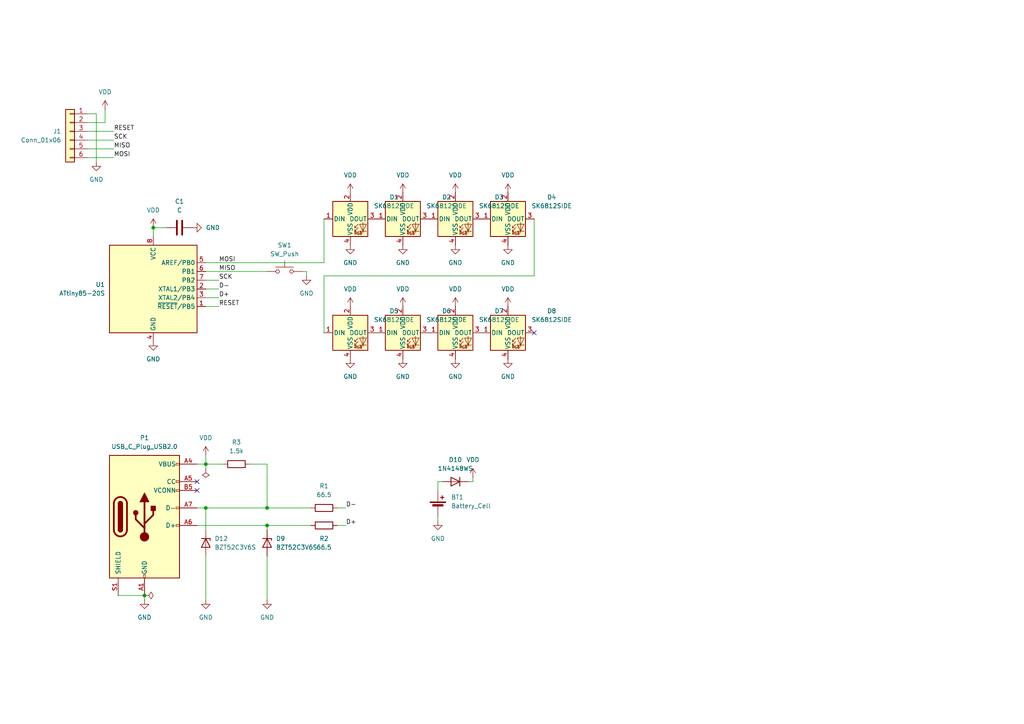
<source format=kicad_sch>
(kicad_sch (version 20250114) (generator "eeschema") (generator_version "9.0")
  (paper "A4")
  (lib_symbols
    (symbol "Connector:USB_C_Plug_USB2.0" (pin_names (offset 1.016))
      (property "Reference" "P" (at -10.16 19.05 0))
      (property "Value" "USB_C_Plug_USB2.0" (at 12.7 19.05 0))
      (symbol "USB_C_Plug_USB2.0_0_0"
        (rectangle (start -0.254 -17.78) (end 0.254 -16.764))
        (rectangle (start 10.16 15.494) (end 9.144 14.986))
        (rectangle (start 10.16 10.414) (end 9.144 9.906))
        (rectangle (start 10.16 7.874) (end 9.144 7.366))
        (rectangle (start 10.16 2.794) (end 9.144 2.286))
        (rectangle (start 10.16 -2.286) (end 9.144 -2.794))
      )
      (symbol "USB_C_Plug_USB2.0_0_1"
        (rectangle (start -10.16 17.78) (end 10.16 -17.78) (stroke (width 0.254)) (fill (type background)))
        (polyline (pts (xy -8.89 -3.81) (xy -8.89 3.81)) (stroke (width 0.508)))
        (rectangle (start -7.62 -3.81) (end -6.35 3.81) (stroke (width 0.254)) (fill (type outline)))
        (arc (start -7.62 3.81) (mid -6.985 4.4423) (end -6.35 3.81) (stroke (width 0.254)))
        (arc (start -7.62 3.81) (mid -6.985 4.4423) (end -6.35 3.81) (stroke (width 0.254)) (fill (type outline)))
        (arc (start -8.89 3.81) (mid -6.985 5.7067) (end -5.08 3.81) (stroke (width 0.508)))
        (arc (start -5.08 -3.81) (mid -6.985 -5.7067) (end -8.89 -3.81) (stroke (width 0.508)))
        (arc (start -6.35 -3.81) (mid -6.985 -4.4423) (end -7.62 -3.81) (stroke (width 0.254)))
        (arc (start -6.35 -3.81) (mid -6.985 -4.4423) (end -7.62 -3.81) (stroke (width 0.254)) (fill (type outline)))
        (polyline (pts (xy -5.08 3.81) (xy -5.08 -3.81)) (stroke (width 0.508)))
        (circle (center -2.54 1.143) (radius 0.635) (stroke (width 0.254)) (fill (type outline)))
        (polyline (pts (xy -1.27 4.318) (xy 0 6.858) (xy 1.27 4.318) (xy -1.27 4.318)) (stroke (width 0.254)) (fill (type outline)))
        (polyline (pts (xy 0 -2.032) (xy 2.54 0.508) (xy 2.54 1.778)) (stroke (width 0.508)))
        (polyline (pts (xy 0 -3.302) (xy -2.54 -0.762) (xy -2.54 0.508)) (stroke (width 0.508)))
        (polyline (pts (xy 0 -5.842) (xy 0 4.318)) (stroke (width 0.508)))
        (circle (center 0 -5.842) (radius 1.27) (fill (type outline)))
        (rectangle (start 1.905 1.778) (end 3.175 3.048) (stroke (width 0.254)) (fill (type outline)))
      )
      (symbol "USB_C_Plug_USB2.0_1_1"
        (pin passive line (at -7.62 -22.86 90) (length 5.08) (name "SHIELD") (number "S1"))
        (pin passive line (at 0 -22.86 90) (length 5.08) (name "GND") (number "A1"))
        (pin passive line (at 0 -22.86 90) (length 5.08) (hide yes) (name "GND") (number "A12"))
        (pin passive line (at 0 -22.86 90) (length 5.08) (hide yes) (name "GND") (number "B1"))
        (pin passive line (at 0 -22.86 90) (length 5.08) (hide yes) (name "GND") (number "B12"))
        (pin passive line (at 15.24 15.24 180) (length 5.08) (name "VBUS") (number "A4"))
        (pin passive line (at 15.24 15.24 180) (length 5.08) (hide yes) (name "VBUS") (number "A9"))
        (pin passive line (at 15.24 15.24 180) (length 5.08) (hide yes) (name "VBUS") (number "B4"))
        (pin passive line (at 15.24 15.24 180) (length 5.08) (hide yes) (name "VBUS") (number "B9"))
        (pin bidirectional line (at 15.24 10.16 180) (length 5.08) (name "CC") (number "A5"))
        (pin bidirectional line (at 15.24 7.62 180) (length 5.08) (name "VCONN") (number "B5"))
        (pin bidirectional line (at 15.24 2.54 180) (length 5.08) (name "D-") (number "A7"))
        (pin bidirectional line (at 15.24 -2.54 180) (length 5.08) (name "D+") (number "A6"))
      )
    )
    (symbol "Connector_Generic:Conn_01x06" (pin_names (offset 1.016) (hide yes))
      (property "Reference" "J" (at 0 7.62 0))
      (property "Value" "Conn_01x06" (at 0 -10.16 0))
      (symbol "Conn_01x06_1_1"
        (rectangle (start -1.27 6.35) (end 1.27 -8.89) (stroke (width 0.254)) (fill (type background)))
        (rectangle (start -1.27 5.207) (end 0 4.953) (stroke (width 0.1524)))
        (rectangle (start -1.27 2.667) (end 0 2.413) (stroke (width 0.1524)))
        (rectangle (start -1.27 0.127) (end 0 -0.127) (stroke (width 0.1524)))
        (rectangle (start -1.27 -2.413) (end 0 -2.667) (stroke (width 0.1524)))
        (rectangle (start -1.27 -4.953) (end 0 -5.207) (stroke (width 0.1524)))
        (rectangle (start -1.27 -7.493) (end 0 -7.747) (stroke (width 0.1524)))
        (pin passive line (at -5.08 5.08 0) (length 3.81) (name "Pin_1") (number "1"))
        (pin passive line (at -5.08 2.54 0) (length 3.81) (name "Pin_2") (number "2"))
        (pin passive line (at -5.08 0 0) (length 3.81) (name "Pin_3") (number "3"))
        (pin passive line (at -5.08 -2.54 0) (length 3.81) (name "Pin_4") (number "4"))
        (pin passive line (at -5.08 -5.08 0) (length 3.81) (name "Pin_5") (number "5"))
        (pin passive line (at -5.08 -7.62 0) (length 3.81) (name "Pin_6") (number "6"))
      )
    )
    (symbol "Device:Battery_Cell" (pin_numbers (hide yes)) (pin_names (offset 0) (hide yes))
      (property "Reference" "BT" (at 2.54 2.54 0))
      (property "Value" "Battery_Cell" (at 2.54 0 0))
      (symbol "Battery_Cell_0_1"
        (rectangle (start -2.286 1.778) (end 2.286 1.524) (fill (type outline)))
        (rectangle (start -1.524 1.016) (end 1.524 0.508) (fill (type outline)))
        (polyline (pts (xy 0 1.778) (xy 0 2.54)))
        (polyline (pts (xy 0 0.762) (xy 0 0)))
        (polyline (pts (xy 0.762 3.048) (xy 1.778 3.048)) (stroke (width 0.254)))
        (polyline (pts (xy 1.27 3.556) (xy 1.27 2.54)) (stroke (width 0.254)))
      )
      (symbol "Battery_Cell_1_1"
        (pin passive line (at 0 5.08 270) (length 2.54) (name "+") (number "1"))
        (pin passive line (at 0 -2.54 90) (length 2.54) (name "-") (number "2"))
      )
    )
    (symbol "Device:C" (pin_numbers (hide yes)) (pin_names (offset 0.254))
      (property "Reference" "C" (at 0.635 2.54 0))
      (property "Value" "C" (at 0.635 -2.54 0))
      (symbol "C_0_1"
        (polyline (pts (xy -2.032 0.762) (xy 2.032 0.762)) (stroke (width 0.508)))
        (polyline (pts (xy -2.032 -0.762) (xy 2.032 -0.762)) (stroke (width 0.508)))
      )
      (symbol "C_1_1"
        (pin passive line (at 0 3.81 270) (length 2.794) (name "~") (number "1"))
        (pin passive line (at 0 -3.81 90) (length 2.794) (name "~") (number "2"))
      )
    )
    (symbol "Device:R" (pin_numbers (hide yes)) (pin_names (offset 0))
      (property "Reference" "R" (at 2.032 0 90))
      (property "Value" "R" (at 0 0 90))
      (symbol "R_0_1"
        (rectangle (start -1.016 -2.54) (end 1.016 2.54) (stroke (width 0.254)))
      )
      (symbol "R_1_1"
        (pin passive line (at 0 3.81 270) (length 1.27) (name "~") (number "1"))
        (pin passive line (at 0 -3.81 90) (length 1.27) (name "~") (number "2"))
      )
    )
    (symbol "Diode:1N4148WS" (pin_numbers (hide yes)) (pin_names (hide yes))
      (property "Reference" "D" (at 0 2.54 0))
      (property "Value" "1N4148WS" (at 0 -2.54 0))
      (symbol "1N4148WS_0_1"
        (polyline (pts (xy -1.27 1.27) (xy -1.27 -1.27)) (stroke (width 0.254)))
        (polyline (pts (xy 1.27 1.27) (xy 1.27 -1.27) (xy -1.27 0) (xy 1.27 1.27)) (stroke (width 0.254)))
        (polyline (pts (xy 1.27 0) (xy -1.27 0)))
      )
      (symbol "1N4148WS_1_1"
        (pin passive line (at -3.81 0 0) (length 2.54) (name "K") (number "1"))
        (pin passive line (at 3.81 0 180) (length 2.54) (name "A") (number "2"))
      )
    )
    (symbol "Diode:BZT52Bxx" (pin_numbers (hide yes)) (pin_names (hide yes))
      (property "Reference" "D" (at 0 2.54 0))
      (property "Value" "BZT52Bxx" (at 0 -2.54 0))
      (symbol "BZT52Bxx_0_1"
        (polyline (pts (xy -1.27 -1.27) (xy -1.27 1.27) (xy -0.762 1.27)) (stroke (width 0.254)))
        (polyline (pts (xy 1.27 0) (xy -1.27 0)))
        (polyline (pts (xy 1.27 -1.27) (xy 1.27 1.27) (xy -1.27 0) (xy 1.27 -1.27)) (stroke (width 0.254)))
      )
      (symbol "BZT52Bxx_1_1"
        (pin passive line (at -3.81 0 0) (length 2.54) (name "K") (number "1"))
        (pin passive line (at 3.81 0 180) (length 2.54) (name "A") (number "2"))
      )
    )
    (symbol "LED_prj:SK6812SIDE" (pin_names (offset 0.254))
      (property "Reference" "D" (at 5.08 5.715 0))
      (property "Value" "SK6812SIDE" (at 1.27 -5.715 0))
      (symbol "SK6812SIDE_0_0"
        (text "RGB" (at 2.286 -4.191 0) (effects (font (size 0.762 0.762))))
      )
      (symbol "SK6812SIDE_0_1"
        (rectangle (start -5.08 5.08) (end 5.08 -5.08) (stroke (width 0.254)) (fill (type background)))
        (polyline (pts (xy 1.27 -2.54) (xy 1.778 -2.54)))
        (polyline (pts (xy 1.27 -3.556) (xy 1.778 -3.556)))
        (polyline (pts (xy 2.286 -1.524) (xy 1.27 -2.54) (xy 1.27 -2.032)))
        (polyline (pts (xy 2.286 -2.54) (xy 1.27 -3.556) (xy 1.27 -3.048)))
        (polyline (pts (xy 3.683 -1.016) (xy 3.683 -3.556) (xy 3.683 -4.064)))
        (polyline (pts (xy 4.699 -1.524) (xy 2.667 -1.524) (xy 3.683 -3.556) (xy 4.699 -1.524)))
        (polyline (pts (xy 4.699 -3.556) (xy 2.667 -3.556)))
      )
      (symbol "SK6812SIDE_1_1"
        (pin input line (at -7.62 0 0) (length 2.54) (name "DIN") (number "1"))
        (pin power_in line (at 0 7.62 270) (length 2.54) (name "VDD") (number "2"))
        (pin power_in line (at 0 -7.62 90) (length 2.54) (name "VSS") (number "4"))
        (pin output line (at 7.62 0 180) (length 2.54) (name "DOUT") (number "3"))
      )
    )
    (symbol "MCU_Microchip_ATtiny:ATtiny85-20S"
      (property "Reference" "U" (at -12.7 13.97 0))
      (property "Value" "ATtiny85-20S" (at 2.54 -13.97 0))
      (symbol "ATtiny85-20S_0_1"
        (rectangle (start -12.7 -12.7) (end 12.7 12.7) (stroke (width 0.254)) (fill (type background)))
      )
      (symbol "ATtiny85-20S_1_1"
        (pin power_in line (at 0 15.24 270) (length 2.54) (name "VCC") (number "8"))
        (pin power_in line (at 0 -15.24 90) (length 2.54) (name "GND") (number "4"))
        (pin bidirectional line (at 15.24 7.62 180) (length 2.54) (name "AREF/PB0") (number "5"))
        (pin bidirectional line (at 15.24 5.08 180) (length 2.54) (name "PB1") (number "6"))
        (pin bidirectional line (at 15.24 2.54 180) (length 2.54) (name "PB2") (number "7"))
        (pin bidirectional line (at 15.24 0 180) (length 2.54) (name "XTAL1/PB3") (number "2"))
        (pin bidirectional line (at 15.24 -2.54 180) (length 2.54) (name "XTAL2/PB4") (number "3"))
        (pin bidirectional line (at 15.24 -5.08 180) (length 2.54) (name "~{RESET}/PB5") (number "1"))
      )
    )
    (symbol "Switch:SW_Push" (pin_numbers (hide yes)) (pin_names (offset 1.016) (hide yes))
      (property "Reference" "SW" (at 1.27 2.54 0))
      (property "Value" "SW_Push" (at 0 -1.524 0))
      (symbol "SW_Push_0_1"
        (circle (center -2.032 0) (radius 0.508))
        (polyline (pts (xy 0 1.27) (xy 0 3.048)))
        (circle (center 2.032 0) (radius 0.508))
        (polyline (pts (xy 2.54 1.27) (xy -2.54 1.27)))
        (pin passive line (at -5.08 0 0) (length 2.54) (name "1") (number "1"))
        (pin passive line (at 5.08 0 180) (length 2.54) (name "2") (number "2"))
      )
    )
    (symbol "power:GND" (power) (pin_numbers (hide yes)) (pin_names (offset 0) (hide yes))
      (property "Value" "GND" (at 0 -3.81 0))
      (symbol "GND_0_1"
        (polyline (pts (xy 0 0) (xy 0 -1.27) (xy 1.27 -1.27) (xy 0 -2.54) (xy -1.27 -1.27) (xy 0 -1.27)))
      )
      (symbol "GND_1_1"
        (pin power_in line (at 0 0 270) (length 0) (name "~") (number "1"))
      )
    )
    (symbol "power:PWR_FLAG" (power) (pin_numbers (hide yes)) (pin_names (offset 0) (hide yes))
      (property "Value" "PWR_FLAG" (at 0 3.81 0))
      (symbol "PWR_FLAG_0_0"
        (pin power_out line (at 0 0 90) (length 0) (name "~") (number "1"))
      )
      (symbol "PWR_FLAG_0_1"
        (polyline (pts (xy 0 0) (xy 0 1.27) (xy -1.016 1.905) (xy 0 2.54) (xy 1.016 1.905) (xy 0 1.27)))
      )
    )
    (symbol "power:VDD" (power) (pin_numbers (hide yes)) (pin_names (offset 0) (hide yes))
      (property "Value" "VDD" (at 0 3.556 0))
      (symbol "VDD_0_1"
        (polyline (pts (xy -0.762 1.27) (xy 0 2.54)))
        (polyline (pts (xy 0 2.54) (xy 0.762 1.27)))
        (polyline (pts (xy 0 0) (xy 0 2.54)))
      )
      (symbol "VDD_1_1"
        (pin power_in line (at 0 0 90) (length 0) (name "~") (number "1"))
      )
    )
  )
  (junction (at 41.91 172.72))
  (junction (at 77.47 147.32))
  (junction (at 59.69 134.62))
  (junction (at 44.45 66.04))
  (junction (at 59.69 147.32))
  (junction (at 77.47 152.4))
  (no_connect (at 154.94 96.52))
  (no_connect (at 57.15 142.24))
  (no_connect (at 57.15 139.7))
  (wire (pts (xy 77.47 78.74) (xy 59.69 78.74)))
  (wire (pts (xy 154.94 63.5) (xy 154.94 80.01)))
  (wire (pts (xy 135.89 139.7) (xy 137.16 139.7)))
  (wire (pts (xy 77.47 161.29) (xy 77.47 173.99)))
  (wire (pts (xy 127 142.24) (xy 127 139.7)))
  (wire (pts (xy 63.5 86.36) (xy 59.69 86.36)))
  (wire (pts (xy 77.47 134.62) (xy 77.47 147.32)))
  (wire (pts (xy 137.16 139.7) (xy 137.16 138.43)))
  (wire (pts (xy 59.69 134.62) (xy 64.77 134.62)))
  (wire (pts (xy 57.15 134.62) (xy 59.69 134.62)))
  (wire (pts (xy 25.4 40.64) (xy 33.02 40.64)))
  (wire (pts (xy 44.45 66.04) (xy 44.45 68.58)))
  (wire (pts (xy 59.69 161.29) (xy 59.69 173.99)))
  (wire (pts (xy 59.69 147.32) (xy 59.69 153.67)))
  (wire (pts (xy 93.98 80.01) (xy 93.98 96.52)))
  (wire (pts (xy 154.94 80.01) (xy 93.98 80.01)))
  (wire (pts (xy 97.79 147.32) (xy 100.33 147.32)))
  (wire (pts (xy 127 149.86) (xy 127 151.13)))
  (wire (pts (xy 57.15 152.4) (xy 77.47 152.4)))
  (wire (pts (xy 59.69 134.62) (xy 59.69 135.89)))
  (wire (pts (xy 25.4 35.56) (xy 30.48 35.56)))
  (wire (pts (xy 127 139.7) (xy 128.27 139.7)))
  (wire (pts (xy 59.69 83.82) (xy 63.5 83.82)))
  (wire (pts (xy 59.69 134.62) (xy 59.69 132.08)))
  (wire (pts (xy 59.69 88.9) (xy 63.5 88.9)))
  (wire (pts (xy 25.4 43.18) (xy 33.02 43.18)))
  (wire (pts (xy 77.47 152.4) (xy 77.47 153.67)))
  (wire (pts (xy 59.69 81.28) (xy 63.5 81.28)))
  (wire (pts (xy 48.26 66.04) (xy 44.45 66.04)))
  (wire (pts (xy 25.4 45.72) (xy 33.02 45.72)))
  (wire (pts (xy 87.63 78.74) (xy 88.9 78.74)))
  (wire (pts (xy 93.98 76.2) (xy 93.98 63.5)))
  (wire (pts (xy 77.47 147.32) (xy 90.17 147.32)))
  (wire (pts (xy 77.47 152.4) (xy 90.17 152.4)))
  (wire (pts (xy 59.69 76.2) (xy 93.98 76.2)))
  (wire (pts (xy 34.29 172.72) (xy 41.91 172.72)))
  (wire (pts (xy 25.4 38.1) (xy 33.02 38.1)))
  (wire (pts (xy 57.15 147.32) (xy 59.69 147.32)))
  (wire (pts (xy 77.47 134.62) (xy 72.39 134.62)))
  (wire (pts (xy 30.48 31.75) (xy 30.48 35.56)))
  (wire (pts (xy 88.9 78.74) (xy 88.9 80.01)))
  (wire (pts (xy 41.91 172.72) (xy 41.91 173.99)))
  (wire (pts (xy 59.69 147.32) (xy 77.47 147.32)))
  (wire (pts (xy 27.94 33.02) (xy 27.94 46.99)))
  (wire (pts (xy 25.4 33.02) (xy 27.94 33.02)))
  (wire (pts (xy 97.79 152.4) (xy 100.33 152.4)))
  (label "SCK" (at 63.5 81.28 0))
  (label "MOSI" (at 63.5 76.2 0))
  (label "MISO" (at 33.02 43.18 0))
  (label "D+" (at 100.33 152.4 0))
  (label "RESET" (at 33.02 38.1 0))
  (label "SCK" (at 33.02 40.64 0))
  (label "D+" (at 63.5 86.36 0))
  (label "D-" (at 63.5 83.82 0))
  (label "D-" (at 100.33 147.32 0))
  (label "RESET" (at 63.5 88.9 0))
  (label "MISO" (at 63.5 78.74 0))
  (label "MOSI" (at 33.02 45.72 0))
  (symbol (lib_id "power:GND") (at 59.69 173.99 0) (unit 1)
    (property "Reference" "#PWR023" (effects (hide yes)))
    (property "Value" "GND" (at 59.69 179.07 0))
    (property "Description" "Power symbol creates a global label with name \"GND\" , ground" (effects (hide yes)))
  )
  (symbol (lib_id "power:GND") (at 41.91 173.99 0) (unit 1)
    (property "Reference" "#PWR025" (effects (hide yes)))
    (property "Value" "GND" (at 41.91 179.07 0))
    (property "Description" "Power symbol creates a global label with name \"GND\" , ground" (effects (hide yes)))
  )
  (symbol (lib_id "power:VDD") (at 147.32 55.88 0) (unit 1)
    (property "Reference" "#PWR07" (effects (hide yes)))
    (property "Value" "VDD" (at 147.32 50.8 0))
    (property "Description" "Power symbol creates a global label with name \"VDD\"" (effects (hide yes)))
  )
  (symbol (lib_id "LED_prj:SK6812SIDE") (at 132.08 63.5 0) (unit 1)
    (property "Reference" "D3" (at 144.78 57.1814 0))
    (property "Value" "SK6812SIDE" (at 144.78 59.7214 0))
    (property "Footprint" "LED_SMD_prj:LED-SMD_4P-L4.0-W1.6-L" (effects (hide yes)))
    (property "Datasheet" "https://datasheet.lcsc.com/lcsc/2303300930_OPSCO-Optoelectronics-SK6812SIDE-A_C5378721.pdf" (effects (hide yes)))
    (property "Description" "RGB LED with integrated controller" (effects (hide yes)))
  )
  (symbol (lib_id "MCU_Microchip_ATtiny:ATtiny85-20S") (at 44.45 83.82 0) (unit 1)
    (property "Reference" "U1" (at 30.48 82.5499 0) (effects (justify right)))
    (property "Value" "ATtiny85-20S" (at 30.48 85.0899 0) (effects (justify right)))
    (property "Footprint" "Package_SO:SOIC-8W_5.3x5.3mm_P1.27mm" (effects (hide yes)))
    (property "Datasheet" "http://ww1.microchip.com/downloads/en/DeviceDoc/atmel-2586-avr-8-bit-microcontroller-attiny25-attiny45-attiny85_datasheet.pdf" (effects (hide yes)))
    (property "Description" "20MHz, 8kB Flash, 512B SRAM, 512B EEPROM, debugWIRE, SOIC-8W" (effects (hide yes)))
  )
  (symbol (lib_id "power:VDD") (at 101.6 55.88 0) (unit 1)
    (property "Reference" "#PWR02" (effects (hide yes)))
    (property "Value" "VDD" (at 101.6 50.8 0))
    (property "Description" "Power symbol creates a global label with name \"VDD\"" (effects (hide yes)))
  )
  (symbol (lib_id "Device:R") (at 68.58 134.62 270) (unit 1)
    (property "Reference" "R3" (at 68.58 128.27 90))
    (property "Value" "1.5k" (at 68.58 130.81 90))
    (property "Footprint" "Resistor_SMD:R_0805_2012Metric" (effects (hide yes)))
    (property "Description" "Resistor" (effects (hide yes)))
  )
  (symbol (lib_id "LED_prj:SK6812SIDE") (at 147.32 96.52 0) (unit 1)
    (property "Reference" "D8" (at 160.02 90.2014 0))
    (property "Value" "SK6812SIDE" (at 160.02 92.7414 0))
    (property "Footprint" "LED_SMD_prj:LED-SMD_4P-L4.0-W1.6-L" (effects (hide yes)))
    (property "Datasheet" "https://datasheet.lcsc.com/lcsc/2303300930_OPSCO-Optoelectronics-SK6812SIDE-A_C5378721.pdf" (effects (hide yes)))
    (property "Description" "RGB LED with integrated controller" (effects (hide yes)))
  )
  (symbol (lib_id "LED_prj:SK6812SIDE") (at 132.08 96.52 0) (unit 1)
    (property "Reference" "D7" (at 144.78 90.2014 0))
    (property "Value" "SK6812SIDE" (at 144.78 92.7414 0))
    (property "Footprint" "LED_SMD_prj:LED-SMD_4P-L4.0-W1.6-L" (effects (hide yes)))
    (property "Datasheet" "https://datasheet.lcsc.com/lcsc/2303300930_OPSCO-Optoelectronics-SK6812SIDE-A_C5378721.pdf" (effects (hide yes)))
    (property "Description" "RGB LED with integrated controller" (effects (hide yes)))
  )
  (symbol (lib_id "power:GND") (at 147.32 71.12 0) (unit 1)
    (property "Reference" "#PWR08" (effects (hide yes)))
    (property "Value" "GND" (at 147.32 76.2 0))
    (property "Description" "Power symbol creates a global label with name \"GND\" , ground" (effects (hide yes)))
  )
  (symbol (lib_id "Diode:BZT52Bxx") (at 77.47 157.48 270) (unit 1)
    (property "Reference" "D9" (at 80.01 156.2099 90) (effects (justify left)))
    (property "Value" "BZT52C3V6S" (at 80.01 158.7499 90) (effects (justify left)))
    (property "Footprint" "Diode_SMD:D_SOD-123F" (effects (hide yes)))
    (property "Datasheet" "https://diotec.com/tl_files/diotec/files/pdf/datasheets/bzt52b2v4.pdf" (effects (hide yes)))
    (property "Description" "500mW Zener Diode, SOD-123F" (effects (hide yes)))
  )
  (symbol (lib_id "Device:Battery_Cell") (at 127 147.32 0) (unit 1)
    (property "Reference" "BT1" (at 130.81 144.2084 0) (effects (justify left)))
    (property "Value" "Battery_Cell" (at 130.81 146.7484 0) (effects (justify left)))
    (property "Footprint" "Battery:BatteryHolder_Multicomp_BC-2001_1x2032" (effects (hide yes)))
    (property "Description" "Single-cell battery" (effects (hide yes)))
  )
  (symbol (lib_id "power:PWR_FLAG") (at 59.69 135.89 180) (unit 1)
    (property "Reference" "#FLG01" (effects (hide yes)))
    (property "Value" "PWR_FLAG" (effects (hide yes)))
    (property "Description" "Special symbol for telling ERC where power comes from" (effects (hide yes)))
  )
  (symbol (lib_id "power:VDD") (at 44.45 66.04 0) (unit 1)
    (property "Reference" "#PWR019" (effects (hide yes)))
    (property "Value" "VDD" (at 44.45 60.96 0))
    (property "Description" "Power symbol creates a global label with name \"VDD\"" (effects (hide yes)))
  )
  (symbol (lib_id "power:VDD") (at 137.16 138.43 0) (unit 1)
    (property "Reference" "#PWR027" (effects (hide yes)))
    (property "Value" "VDD" (at 137.16 133.35 0))
    (property "Description" "Power symbol creates a global label with name \"VDD\"" (effects (hide yes)))
  )
  (symbol (lib_id "power:VDD") (at 132.08 88.9 0) (unit 1)
    (property "Reference" "#PWR013" (effects (hide yes)))
    (property "Value" "VDD" (at 132.08 83.82 0))
    (property "Description" "Power symbol creates a global label with name \"VDD\"" (effects (hide yes)))
  )
  (symbol (lib_id "power:GND") (at 44.45 99.06 0) (unit 1)
    (property "Reference" "#PWR017" (effects (hide yes)))
    (property "Value" "GND" (at 44.45 104.14 0))
    (property "Description" "Power symbol creates a global label with name \"GND\" , ground" (effects (hide yes)))
  )
  (symbol (lib_id "power:GND") (at 101.6 71.12 0) (unit 1)
    (property "Reference" "#PWR01" (effects (hide yes)))
    (property "Value" "GND" (at 101.6 76.2 0))
    (property "Description" "Power symbol creates a global label with name \"GND\" , ground" (effects (hide yes)))
  )
  (symbol (lib_id "power:VDD") (at 30.48 31.75 0) (unit 1)
    (property "Reference" "#PWR021" (effects (hide yes)))
    (property "Value" "VDD" (at 30.48 26.67 0))
    (property "Description" "Power symbol creates a global label with name \"VDD\"" (effects (hide yes)))
  )
  (symbol (lib_id "power:VDD") (at 59.69 132.08 0) (unit 1)
    (property "Reference" "#PWR022" (effects (hide yes)))
    (property "Value" "VDD" (at 59.69 127 0))
    (property "Description" "Power symbol creates a global label with name \"VDD\"" (effects (hide yes)))
  )
  (symbol (lib_id "power:VDD") (at 116.84 88.9 0) (unit 1)
    (property "Reference" "#PWR011" (effects (hide yes)))
    (property "Value" "VDD" (at 116.84 83.82 0))
    (property "Description" "Power symbol creates a global label with name \"VDD\"" (effects (hide yes)))
  )
  (symbol (lib_id "Diode:BZT52Bxx") (at 59.69 157.48 270) (unit 1)
    (property "Reference" "D12" (at 62.23 156.2099 90) (effects (justify left)))
    (property "Value" "BZT52C3V6S" (at 62.23 158.7499 90) (effects (justify left)))
    (property "Footprint" "Diode_SMD:D_SOD-123F" (effects (hide yes)))
    (property "Datasheet" "https://diotec.com/tl_files/diotec/files/pdf/datasheets/bzt52b2v4.pdf" (effects (hide yes)))
    (property "Description" "500mW Zener Diode, SOD-123F" (effects (hide yes)))
  )
  (symbol (lib_id "Diode:1N4148WS") (at 132.08 139.7 180) (unit 1)
    (property "Reference" "D10" (at 132.08 133.35 0))
    (property "Value" "1N4148WS" (at 132.08 135.89 0))
    (property "Footprint" "Diode_SMD:D_SOD-323" (effects (hide yes)))
    (property "Datasheet" "https://www.vishay.com/docs/85751/1n4148ws.pdf" (effects (hide yes)))
    (property "Description" "75V 0.15A Fast switching Diode, SOD-323" (effects (hide yes)))
    (property "Sim.Device" "D" (effects (hide yes)))
    (property "Sim.Pins" "1=K 2=A" (effects (hide yes)))
  )
  (symbol (lib_id "Device:R") (at 93.98 152.4 90) (unit 1)
    (property "Reference" "R2" (at 93.98 156.21 90))
    (property "Value" "66.5" (at 93.98 158.75 90))
    (property "Footprint" "Resistor_SMD:R_0805_2012Metric" (effects (hide yes)))
    (property "Description" "Resistor" (effects (hide yes)))
  )
  (symbol (lib_id "Device:R") (at 93.98 147.32 90) (unit 1)
    (property "Reference" "R1" (at 93.98 140.97 90))
    (property "Value" "66.5" (at 93.98 143.51 90))
    (property "Footprint" "Resistor_SMD:R_0805_2012Metric" (effects (hide yes)))
    (property "Description" "Resistor" (effects (hide yes)))
  )
  (symbol (lib_id "power:GND") (at 127 151.13 0) (unit 1)
    (property "Reference" "#PWR026" (effects (hide yes)))
    (property "Value" "GND" (at 127 156.21 0))
    (property "Description" "Power symbol creates a global label with name \"GND\" , ground" (effects (hide yes)))
  )
  (symbol (lib_id "LED_prj:SK6812SIDE") (at 101.6 63.5 0) (unit 1)
    (property "Reference" "D1" (at 114.3 57.1814 0))
    (property "Value" "SK6812SIDE" (at 114.3 59.7214 0))
    (property "Footprint" "LED_SMD_prj:LED-SMD_4P-L4.0-W1.6-L" (effects (hide yes)))
    (property "Datasheet" "https://datasheet.lcsc.com/lcsc/2303300930_OPSCO-Optoelectronics-SK6812SIDE-A_C5378721.pdf" (effects (hide yes)))
    (property "Description" "RGB LED with integrated controller" (effects (hide yes)))
  )
  (symbol (lib_id "power:GND") (at 77.47 173.99 0) (unit 1)
    (property "Reference" "#PWR024" (effects (hide yes)))
    (property "Value" "GND" (at 77.47 179.07 0))
    (property "Description" "Power symbol creates a global label with name \"GND\" , ground" (effects (hide yes)))
  )
  (symbol (lib_id "power:VDD") (at 101.6 88.9 0) (unit 1)
    (property "Reference" "#PWR09" (effects (hide yes)))
    (property "Value" "VDD" (at 101.6 83.82 0))
    (property "Description" "Power symbol creates a global label with name \"VDD\"" (effects (hide yes)))
  )
  (symbol (lib_id "Device:C") (at 52.07 66.04 90) (unit 1)
    (property "Reference" "C1" (at 52.07 58.42 90))
    (property "Value" "C" (at 52.07 60.96 90))
    (property "Footprint" "Capacitor_SMD:C_0805_2012Metric" (effects (hide yes)))
    (property "Description" "Unpolarized capacitor" (effects (hide yes)))
  )
  (symbol (lib_id "power:GND") (at 101.6 104.14 0) (unit 1)
    (property "Reference" "#PWR010" (effects (hide yes)))
    (property "Value" "GND" (at 101.6 109.22 0))
    (property "Description" "Power symbol creates a global label with name \"GND\" , ground" (effects (hide yes)))
  )
  (symbol (lib_id "power:GND") (at 27.94 46.99 0) (unit 1)
    (property "Reference" "#PWR020" (effects (hide yes)))
    (property "Value" "GND" (at 27.94 52.07 0))
    (property "Description" "Power symbol creates a global label with name \"GND\" , ground" (effects (hide yes)))
  )
  (symbol (lib_id "Connector_Generic:Conn_01x06") (at 20.32 38.1 0) (mirror y) (unit 1)
    (property "Reference" "J1" (at 17.78 38.0999 0) (effects (justify left)))
    (property "Value" "Conn_01x06" (at 17.78 40.6399 0) (effects (justify left)))
    (property "Footprint" "Connector_PinHeader_2.54mm:PinHeader_1x06_P2.54mm_Vertical" (effects (hide yes)))
    (property "Description" "Generic connector, single row, 01x06, script generated (kicad-library-utils/schlib/autogen/connector/)" (effects (hide yes)))
  )
  (symbol (lib_id "power:GND") (at 116.84 71.12 0) (unit 1)
    (property "Reference" "#PWR04" (effects (hide yes)))
    (property "Value" "GND" (at 116.84 76.2 0))
    (property "Description" "Power symbol creates a global label with name \"GND\" , ground" (effects (hide yes)))
  )
  (symbol (lib_id "power:GND") (at 88.9 80.01 0) (unit 1)
    (property "Reference" "#PWR028" (effects (hide yes)))
    (property "Value" "GND" (at 88.9 85.09 0))
    (property "Description" "Power symbol creates a global label with name \"GND\" , ground" (effects (hide yes)))
  )
  (symbol (lib_id "LED_prj:SK6812SIDE") (at 147.32 63.5 0) (unit 1)
    (property "Reference" "D4" (at 160.02 57.1814 0))
    (property "Value" "SK6812SIDE" (at 160.02 59.7214 0))
    (property "Footprint" "LED_SMD_prj:LED-SMD_4P-L4.0-W1.6-L" (effects (hide yes)))
    (property "Datasheet" "https://datasheet.lcsc.com/lcsc/2303300930_OPSCO-Optoelectronics-SK6812SIDE-A_C5378721.pdf" (effects (hide yes)))
    (property "Description" "RGB LED with integrated controller" (effects (hide yes)))
  )
  (symbol (lib_id "power:PWR_FLAG") (at 41.91 172.72 270) (unit 1)
    (property "Reference" "#FLG02" (effects (hide yes)))
    (property "Value" "PWR_FLAG" (effects (hide yes)))
    (property "Description" "Special symbol for telling ERC where power comes from" (effects (hide yes)))
  )
  (symbol (lib_id "power:GND") (at 55.88 66.04 90) (unit 1)
    (property "Reference" "#PWR018" (effects (hide yes)))
    (property "Value" "GND" (at 59.69 66.0399 90) (effects (justify right)))
    (property "Description" "Power symbol creates a global label with name \"GND\" , ground" (effects (hide yes)))
  )
  (symbol (lib_id "LED_prj:SK6812SIDE") (at 116.84 96.52 0) (unit 1)
    (property "Reference" "D6" (at 129.54 90.2014 0))
    (property "Value" "SK6812SIDE" (at 129.54 92.7414 0))
    (property "Footprint" "LED_SMD_prj:LED-SMD_4P-L4.0-W1.6-L" (effects (hide yes)))
    (property "Datasheet" "https://datasheet.lcsc.com/lcsc/2303300930_OPSCO-Optoelectronics-SK6812SIDE-A_C5378721.pdf" (effects (hide yes)))
    (property "Description" "RGB LED with integrated controller" (effects (hide yes)))
  )
  (symbol (lib_id "LED_prj:SK6812SIDE") (at 101.6 96.52 0) (unit 1)
    (property "Reference" "D5" (at 114.3 90.2014 0))
    (property "Value" "SK6812SIDE" (at 114.3 92.7414 0))
    (property "Footprint" "LED_SMD_prj:LED-SMD_4P-L4.0-W1.6-L" (effects (hide yes)))
    (property "Datasheet" "https://datasheet.lcsc.com/lcsc/2303300930_OPSCO-Optoelectronics-SK6812SIDE-A_C5378721.pdf" (effects (hide yes)))
    (property "Description" "RGB LED with integrated controller" (effects (hide yes)))
  )
  (symbol (lib_id "power:GND") (at 132.08 104.14 0) (unit 1)
    (property "Reference" "#PWR014" (effects (hide yes)))
    (property "Value" "GND" (at 132.08 109.22 0))
    (property "Description" "Power symbol creates a global label with name \"GND\" , ground" (effects (hide yes)))
  )
  (symbol (lib_id "power:GND") (at 132.08 71.12 0) (unit 1)
    (property "Reference" "#PWR06" (effects (hide yes)))
    (property "Value" "GND" (at 132.08 76.2 0))
    (property "Description" "Power symbol creates a global label with name \"GND\" , ground" (effects (hide yes)))
  )
  (symbol (lib_id "power:VDD") (at 132.08 55.88 0) (unit 1)
    (property "Reference" "#PWR05" (effects (hide yes)))
    (property "Value" "VDD" (at 132.08 50.8 0))
    (property "Description" "Power symbol creates a global label with name \"VDD\"" (effects (hide yes)))
  )
  (symbol (lib_id "power:GND") (at 147.32 104.14 0) (unit 1)
    (property "Reference" "#PWR016" (effects (hide yes)))
    (property "Value" "GND" (at 147.32 109.22 0))
    (property "Description" "Power symbol creates a global label with name \"GND\" , ground" (effects (hide yes)))
  )
  (symbol (lib_id "power:GND") (at 116.84 104.14 0) (unit 1)
    (property "Reference" "#PWR012" (effects (hide yes)))
    (property "Value" "GND" (at 116.84 109.22 0))
    (property "Description" "Power symbol creates a global label with name \"GND\" , ground" (effects (hide yes)))
  )
  (symbol (lib_id "power:VDD") (at 116.84 55.88 0) (unit 1)
    (property "Reference" "#PWR03" (effects (hide yes)))
    (property "Value" "VDD" (at 116.84 50.8 0))
    (property "Description" "Power symbol creates a global label with name \"VDD\"" (effects (hide yes)))
  )
  (symbol (lib_id "Switch:SW_Push") (at 82.55 78.74 0) (mirror y) (unit 1)
    (property "Reference" "SW1" (at 82.55 71.12 0))
    (property "Value" "SW_Push" (at 82.55 73.66 0))
    (property "Footprint" "Button_Switch_SMD:Panasonic_EVQPUJ_EVQPUA" (effects (hide yes)))
    (property "Description" "Push button switch, generic, two pins" (effects (hide yes)))
    (property "JLCPCB" "C589215" (effects (hide yes)))
  )
  (symbol (lib_id "LED_prj:SK6812SIDE") (at 116.84 63.5 0) (unit 1)
    (property "Reference" "D2" (at 129.54 57.1814 0))
    (property "Value" "SK6812SIDE" (at 129.54 59.7214 0))
    (property "Footprint" "LED_SMD_prj:LED-SMD_4P-L4.0-W1.6-L" (effects (hide yes)))
    (property "Datasheet" "https://datasheet.lcsc.com/lcsc/2303300930_OPSCO-Optoelectronics-SK6812SIDE-A_C5378721.pdf" (effects (hide yes)))
    (property "Description" "RGB LED with integrated controller" (effects (hide yes)))
  )
  (symbol (lib_id "power:VDD") (at 147.32 88.9 0) (unit 1)
    (property "Reference" "#PWR015" (effects (hide yes)))
    (property "Value" "VDD" (at 147.32 83.82 0))
    (property "Description" "Power symbol creates a global label with name \"VDD\"" (effects (hide yes)))
  )
  (symbol (lib_id "Connector:USB_C_Plug_USB2.0") (at 41.91 149.86 0) (unit 1)
    (property "Reference" "P1" (at 41.91 127 0))
    (property "Value" "USB_C_Plug_USB2.0" (at 41.91 129.54 0))
    (property "Footprint" "Connector_USB:USB_C_Receptacle_HRO_TYPE-C-31-M-12" (effects (hide yes)))
    (property "Datasheet" "https://www.usb.org/sites/default/files/documents/usb_type-c.zip" (effects (hide yes)))
    (property "Description" "USB 2.0-only Type-C Plug connector" (effects (hide yes)))
  )
)
</source>
